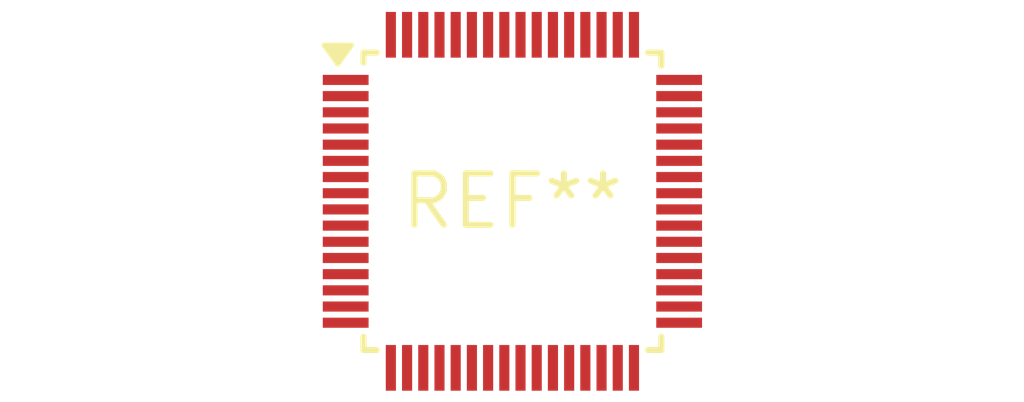
<source format=kicad_pcb>
(kicad_pcb (version 20240108) (generator pcbnew)
  (layers (0 "F.Cu" signal) (31 "B.Cu" signal) (34 "B.Paste" user) (35 "F.Paste" user) (36 "B.SilkS" user "B.Silkscreen") (37 "F.SilkS" user "F.Silkscreen") (38 "B.Mask" user) (39 "F.Mask" user) (44 "Edge.Cuts" user))
  (net 0 "")
  (footprint "TQFP-64_7x7mm_P0.4mm" (layer "F.Cu") (at 0 0)
    (property "Reference" "REF**")
    (property "Value" "TQFP-64_7x7mm_P0.4mm")
    (fp_line (start -3.675 -3.675) (end -3.675 -3.425) (layer "F.SilkS") (stroke (width 0.15)))
    (fp_line (start -3.675 -3.675) (end -3.35 -3.675) (layer "F.SilkS") (stroke (width 0.15)))
    (fp_line (start -3.675 3.675) (end -3.675 3.35) (layer "F.SilkS") (stroke (width 0.15)))
    (fp_line (start -3.675 3.675) (end -3.35 3.675) (layer "F.SilkS") (stroke (width 0.15)))
    (fp_line (start 3.675 -3.675) (end 3.35 -3.675) (layer "F.SilkS") (stroke (width 0.15)))
    (fp_line (start 3.675 -3.675) (end 3.675 -3.35) (layer "F.SilkS") (stroke (width 0.15)))
    (fp_line (start 3.675 3.675) (end 3.35 3.675) (layer "F.SilkS") (stroke (width 0.15)))
    (fp_line (start 3.675 3.675) (end 3.675 3.35) (layer "F.SilkS") (stroke (width 0.15)))
    (fp_poly (pts (xy -4.31 -3.39) (xy -4.65 -3.86) (xy -3.97 -3.86) (xy -4.31 -3.39)) (layer "F.SilkS") (stroke (width 0.12)) (fill solid))
    (pad "1" smd rect (at -4.115 -3) (size 1.13 0.25) (layers "F.Cu" "F.Paste" "F.Mask"))
    (pad "2" smd rect (at -4.115 -2.6) (size 1.13 0.25) (layers "F.Cu" "F.Paste" "F.Mask"))
    (pad "3" smd rect (at -4.115 -2.2) (size 1.13 0.25) (layers "F.Cu" "F.Paste" "F.Mask"))
    (pad "4" smd rect (at -4.115 -1.8) (size 1.13 0.25) (layers "F.Cu" "F.Paste" "F.Mask"))
    (pad "5" smd rect (at -4.115 -1.4) (size 1.13 0.25) (layers "F.Cu" "F.Paste" "F.Mask"))
    (pad "6" smd rect (at -4.115 -1) (size 1.13 0.25) (layers "F.Cu" "F.Paste" "F.Mask"))
    (pad "7" smd rect (at -4.115 -0.6) (size 1.13 0.25) (layers "F.Cu" "F.Paste" "F.Mask"))
    (pad "8" smd rect (at -4.115 -0.2) (size 1.13 0.25) (layers "F.Cu" "F.Paste" "F.Mask"))
    (pad "9" smd rect (at -4.115 0.2) (size 1.13 0.25) (layers "F.Cu" "F.Paste" "F.Mask"))
    (pad "10" smd rect (at -4.115 0.6) (size 1.13 0.25) (layers "F.Cu" "F.Paste" "F.Mask"))
    (pad "11" smd rect (at -4.115 1) (size 1.13 0.25) (layers "F.Cu" "F.Paste" "F.Mask"))
    (pad "12" smd rect (at -4.115 1.4) (size 1.13 0.25) (layers "F.Cu" "F.Paste" "F.Mask"))
    (pad "13" smd rect (at -4.115 1.8) (size 1.13 0.25) (layers "F.Cu" "F.Paste" "F.Mask"))
    (pad "14" smd rect (at -4.115 2.2) (size 1.13 0.25) (layers "F.Cu" "F.Paste" "F.Mask"))
    (pad "15" smd rect (at -4.115 2.6) (size 1.13 0.25) (layers "F.Cu" "F.Paste" "F.Mask"))
    (pad "16" smd rect (at -4.115 3) (size 1.13 0.25) (layers "F.Cu" "F.Paste" "F.Mask"))
    (pad "17" smd rect (at -3 4.115 90) (size 1.13 0.25) (layers "F.Cu" "F.Paste" "F.Mask"))
    (pad "18" smd rect (at -2.6 4.115 90) (size 1.13 0.25) (layers "F.Cu" "F.Paste" "F.Mask"))
    (pad "19" smd rect (at -2.2 4.115 90) (size 1.13 0.25) (layers "F.Cu" "F.Paste" "F.Mask"))
    (pad "20" smd rect (at -1.8 4.115 90) (size 1.13 0.25) (layers "F.Cu" "F.Paste" "F.Mask"))
    (pad "21" smd rect (at -1.4 4.115 90) (size 1.13 0.25) (layers "F.Cu" "F.Paste" "F.Mask"))
    (pad "22" smd rect (at -1 4.115 90) (size 1.13 0.25) (layers "F.Cu" "F.Paste" "F.Mask"))
    (pad "23" smd rect (at -0.6 4.115 90) (size 1.13 0.25) (layers "F.Cu" "F.Paste" "F.Mask"))
    (pad "24" smd rect (at -0.2 4.115 90) (size 1.13 0.25) (layers "F.Cu" "F.Paste" "F.Mask"))
    (pad "25" smd rect (at 0.2 4.115 90) (size 1.13 0.25) (layers "F.Cu" "F.Paste" "F.Mask"))
    (pad "26" smd rect (at 0.6 4.115 90) (size 1.13 0.25) (layers "F.Cu" "F.Paste" "F.Mask"))
    (pad "27" smd rect (at 1 4.115 90) (size 1.13 0.25) (layers "F.Cu" "F.Paste" "F.Mask"))
    (pad "28" smd rect (at 1.4 4.115 90) (size 1.13 0.25) (layers "F.Cu" "F.Paste" "F.Mask"))
    (pad "29" smd rect (at 1.8 4.115 90) (size 1.13 0.25) (layers "F.Cu" "F.Paste" "F.Mask"))
    (pad "30" smd rect (at 2.2 4.115 90) (size 1.13 0.25) (layers "F.Cu" "F.Paste" "F.Mask"))
    (pad "31" smd rect (at 2.6 4.115 90) (size 1.13 0.25) (layers "F.Cu" "F.Paste" "F.Mask"))
    (pad "32" smd rect (at 3 4.115 90) (size 1.13 0.25) (layers "F.Cu" "F.Paste" "F.Mask"))
    (pad "33" smd rect (at 4.115 3) (size 1.13 0.25) (layers "F.Cu" "F.Paste" "F.Mask"))
    (pad "34" smd rect (at 4.115 2.6) (size 1.13 0.25) (layers "F.Cu" "F.Paste" "F.Mask"))
    (pad "35" smd rect (at 4.115 2.2) (size 1.13 0.25) (layers "F.Cu" "F.Paste" "F.Mask"))
    (pad "36" smd rect (at 4.115 1.8) (size 1.13 0.25) (layers "F.Cu" "F.Paste" "F.Mask"))
    (pad "37" smd rect (at 4.115 1.4) (size 1.13 0.25) (layers "F.Cu" "F.Paste" "F.Mask"))
    (pad "38" smd rect (at 4.115 1) (size 1.13 0.25) (layers "F.Cu" "F.Paste" "F.Mask"))
    (pad "39" smd rect (at 4.115 0.6) (size 1.13 0.25) (layers "F.Cu" "F.Paste" "F.Mask"))
    (pad "40" smd rect (at 4.115 0.2) (size 1.13 0.25) (layers "F.Cu" "F.Paste" "F.Mask"))
    (pad "41" smd rect (at 4.115 -0.2) (size 1.13 0.25) (layers "F.Cu" "F.Paste" "F.Mask"))
    (pad "42" smd rect (at 4.115 -0.6) (size 1.13 0.25) (layers "F.Cu" "F.Paste" "F.Mask"))
    (pad "43" smd rect (at 4.115 -1) (size 1.13 0.25) (layers "F.Cu" "F.Paste" "F.Mask"))
    (pad "44" smd rect (at 4.115 -1.4) (size 1.13 0.25) (layers "F.Cu" "F.Paste" "F.Mask"))
    (pad "45" smd rect (at 4.115 -1.8) (size 1.13 0.25) (layers "F.Cu" "F.Paste" "F.Mask"))
    (pad "46" smd rect (at 4.115 -2.2) (size 1.13 0.25) (layers "F.Cu" "F.Paste" "F.Mask"))
    (pad "47" smd rect (at 4.115 -2.6) (size 1.13 0.25) (layers "F.Cu" "F.Paste" "F.Mask"))
    (pad "48" smd rect (at 4.115 -3) (size 1.13 0.25) (layers "F.Cu" "F.Paste" "F.Mask"))
    (pad "49" smd rect (at 3 -4.115 90) (size 1.13 0.25) (layers "F.Cu" "F.Paste" "F.Mask"))
    (pad "50" smd rect (at 2.6 -4.115 90) (size 1.13 0.25) (layers "F.Cu" "F.Paste" "F.Mask"))
    (pad "51" smd rect (at 2.2 -4.115 90) (size 1.13 0.25) (layers "F.Cu" "F.Paste" "F.Mask"))
    (pad "52" smd rect (at 1.8 -4.115 90) (size 1.13 0.25) (layers "F.Cu" "F.Paste" "F.Mask"))
    (pad "53" smd rect (at 1.4 -4.115 90) (size 1.13 0.25) (layers "F.Cu" "F.Paste" "F.Mask"))
    (pad "54" smd rect (at 1 -4.115 90) (size 1.13 0.25) (layers "F.Cu" "F.Paste" "F.Mask"))
    (pad "55" smd rect (at 0.6 -4.115 90) (size 1.13 0.25) (layers "F.Cu" "F.Paste" "F.Mask"))
    (pad "56" smd rect (at 0.2 -4.115 90) (size 1.13 0.25) (layers "F.Cu" "F.Paste" "F.Mask"))
    (pad "57" smd rect (at -0.2 -4.115 90) (size 1.13 0.25) (layers "F.Cu" "F.Paste" "F.Mask"))
    (pad "58" smd rect (at -0.6 -4.115 90) (size 1.13 0.25) (layers "F.Cu" "F.Paste" "F.Mask"))
    (pad "59" smd rect (at -1 -4.115 90) (size 1.13 0.25) (layers "F.Cu" "F.Paste" "F.Mask"))
    (pad "60" smd rect (at -1.4 -4.115 90) (size 1.13 0.25) (layers "F.Cu" "F.Paste" "F.Mask"))
    (pad "61" smd rect (at -1.8 -4.115 90) (size 1.13 0.25) (layers "F.Cu" "F.Paste" "F.Mask"))
    (pad "62" smd rect (at -2.2 -4.115 90) (size 1.13 0.25) (layers "F.Cu" "F.Paste" "F.Mask"))
    (pad "63" smd rect (at -2.6 -4.115 90) (size 1.13 0.25) (layers "F.Cu" "F.Paste" "F.Mask"))
    (pad "64" smd rect (at -3 -4.115 90) (size 1.13 0.25) (layers "F.Cu" "F.Paste" "F.Mask"))
  )
)
</source>
